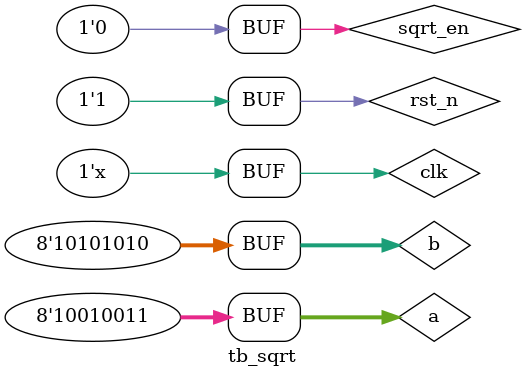
<source format=v>
`timescale 1ns/1ps
module tb_sqrt;

reg clk;
reg rst_n;
reg [15:0] din;
reg sqrt_en;

reg [7:0] a;
reg [7:0] b;
wire			valid		 ;
wire	[7:0]	sqrt_out	 ;
wire	[15:0]	remain_out   ;
always #5 clk = ~clk;
/*
initial begin
	clk = 1'b0;
	rst_n = 1'b0;
	sqrt_en = 1'b0;
	din = 'd0;
	#200
	rst_n = 1'b1;
	#100
    din = 'd147;
	sqrt_en = 1'b1;
	#10
	sqrt_en = 1'b0;
	
	#100
    din = 'd256;
	sqrt_en = 1'b1;
	#10
	sqrt_en = 1'b0;
	
	#100
    din = 'd65432;
	sqrt_en = 1'b1;
	#10
	sqrt_en = 1'b0;
	
	#100
    din = 'd65535;
	sqrt_en = 1'b1;
	#10
	sqrt_en = 1'b0;
end



sqrt u_sqrt(
	.clk			(clk		),
	.rst_n			(rst_n		),
	.sqrt_en		(sqrt_en	), // 输入数据有效
	.din			(din		), // 上游模块支持-128~127，平方15bit，两数和最大到16bit(128*128*2)
	.valid			(valid		),
	.sqrt_out		(sqrt_out	),
	.remain_out     (remain_out)
);
*/

initial begin
	clk = 1'b0;
	rst_n = 1'b0;
	sqrt_en = 1'b0;
	a = 'd0;
	#200
	rst_n = 1'b1;
	
	#200
    a = 8'b10000000;
	b = 8'b10000000;
	sqrt_en = 1'b1;
	#10
	sqrt_en = 1'b0;
	
	#200
    a = 8'b11111111;
	b = 8'b11111111;
	sqrt_en = 1'b1;
	#10
	sqrt_en = 1'b0;
	
	#200
    a = 'd147;
	b = 8'b10101010;
	sqrt_en = 1'b1;
	#10
	sqrt_en = 1'b0;
end
 a2_add_b2 u_inst(
	.clk 	(clk),
	.rst_n	(rst_n),
	.a		(a), // 有符号数
	.b		(b), // 有符号数
	.i_vld	(sqrt_en),
	.o_vld	(valid),
	.sqrt	(sqrt_out),
	.remain (remain_out)
);
endmodule
</source>
